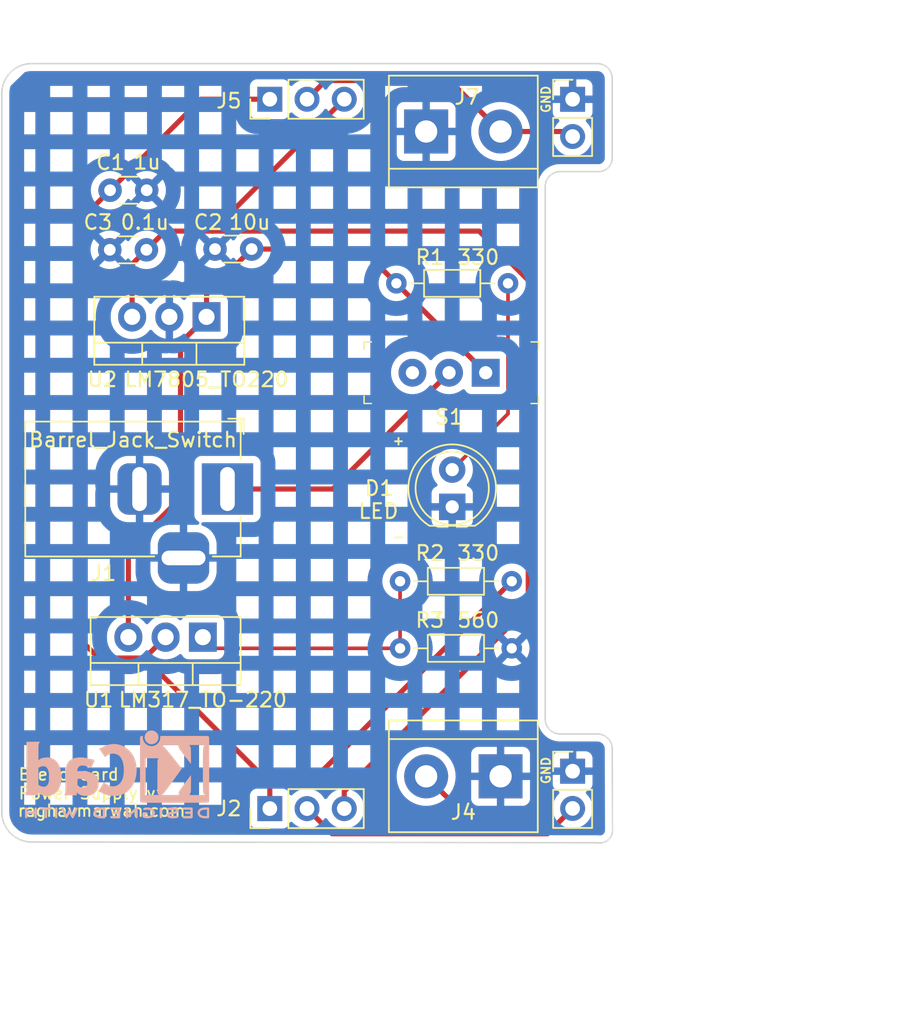
<source format=kicad_pcb>
(kicad_pcb (version 20211014) (generator pcbnew)
  (title_block (title "Breadboard Power Supply") (date "2022-08-28") (rev "1") (comment 1 "Raghav Marwah"))
  (layers (0 "F.Cu" signal) (31 "B.Cu" signal) (34 "B.Paste" user) (35 "F.Paste" user) (36 "B.SilkS" user "B.Silkscreen") (37 "F.SilkS" user "F.Silkscreen") (38 "B.Mask" user) (39 "F.Mask" user) (44 "Edge.Cuts" user))
  (net 0 "")
  (net 1 "/3.3V")
  (net 2 "GND")
  (net 3 "/12V")
  (net 4 "/5V")
  (net 5 "Net-(D1-Pad2)")
  (net 6 "/POWER_IN")
  (net 7 "/POWER_OUT_TOP")
  (net 8 "/POWER_OUT_BOTTOM")
  (net 10 "Net-(R2-Pad1)")
  (footprint "Connector_BarrelJack:BarrelJack_Horizontal" (layer "F.Cu") (at 136.0988 94.4449)
    (fp_text reference "J1" (at -8.45 5.75) (layer "F.SilkS"))
    (fp_text value "Barrel_Jack_Switch" (at -6.45 -3.3605) (layer "F.SilkS"))
    (pad "1" thru_hole rect (at 0 0) (size 3.5 3.5) (drill oval 1 3) (layers *.Cu *.Mask) (net 6 "/POWER_IN"))
    (pad "2" thru_hole roundrect (at -6 0) (size 3 3.5) (drill oval 1 3) (layers *.Cu *.Mask) (net 2 "GND"))
    (pad "3" thru_hole roundrect (at -3 4.7) (size 3.5 3.5) (drill oval 3 1) (layers *.Cu *.Mask) (net 2 "GND"))
  )
  (footprint "Capacitor_THT:C_Disc_D3.0mm_W1.6mm_P2.50mm" (layer "F.Cu") (at 128.0868 74.0664)
    (fp_text reference "C1" (at 0.0308 -1.8976) (layer "F.SilkS"))
    (fp_text value "1u" (at 2.52 -1.9304) (layer "F.SilkS"))
    (pad "1" thru_hole circle (at 0 0) (size 1.6 1.6) (drill 0.8) (layers *.Cu *.Mask) (net 1 "/3.3V"))
    (pad "2" thru_hole circle (at 2.5 0) (size 1.6 1.6) (drill 0.8) (layers *.Cu *.Mask) (net 2 "GND"))
  )
  (footprint "digikey-footprints:Switch_Slide_11.6x4mm_EG1218" (layer "F.Cu") (at 153.7208 86.5124 180)
    (fp_text reference "S1" (at 2.49 -3.02) (layer "F.SilkS"))
    (fp_text value "EG1218")
    (pad "1" thru_hole rect locked (at 0 0 180) (size 1.9 1.9) (drill 0.9) (layers *.Cu *.Mask) (net 3 "/12V"))
    (pad "2" thru_hole circle locked (at 2.5 0 180) (size 1.9 1.9) (drill 0.9) (layers *.Cu *.Mask) (net 6 "/POWER_IN"))
    (pad "3" thru_hole circle locked (at 5 0 180) (size 1.9 1.9) (drill 0.9) (layers *.Cu *.Mask))
  )
  (footprint "Resistor_THT:R_Axial_DIN0204_L3.6mm_D1.6mm_P7.62mm_Horizontal" (layer "F.Cu") (at 155.4988 105.3084 180)
    (fp_text reference "R3" (at 5.588 1.92) (layer "F.SilkS"))
    (fp_text value "560" (at 2.286 1.92) (layer "F.SilkS"))
    (pad "1" thru_hole circle (at 0 0 180) (size 1.4 1.4) (drill 0.7) (layers *.Cu *.Mask) (net 2 "GND"))
    (pad "2" thru_hole oval (at 7.62 0 180) (size 1.4 1.4) (drill 0.7) (layers *.Cu *.Mask) (net 10 "Net-(R2-Pad1)"))
  )
  (footprint "Package_TO_SOT_THT:TO-220-3_Vertical" (layer "F.Cu") (at 134.6708 82.7024 180)
    (fp_text reference "U2" (at 7.112 -4.27) (layer "F.SilkS"))
    (fp_text value "LM7805_TO220" (at 0 -4.27) (layer "F.SilkS"))
    (pad "1" thru_hole rect (at 0 0 180) (size 1.905 2) (drill 1.1) (layers *.Cu *.Mask) (net 3 "/12V"))
    (pad "2" thru_hole oval (at 2.54 0 180) (size 1.905 2) (drill 1.1) (layers *.Cu *.Mask) (net 2 "GND"))
    (pad "3" thru_hole oval (at 5.08 0 180) (size 1.905 2) (drill 1.1) (layers *.Cu *.Mask) (net 4 "/5V"))
  )
  (footprint "Resistor_THT:R_Axial_DIN0204_L3.6mm_D1.6mm_P7.62mm_Horizontal" (layer "F.Cu") (at 155.2448 80.4164 180)
    (fp_text reference "R1" (at 5.334 1.778) (layer "F.SilkS"))
    (fp_text value "330" (at 2.032 1.778) (layer "F.SilkS"))
    (pad "1" thru_hole circle (at 0 0 180) (size 1.4 1.4) (drill 0.7) (layers *.Cu *.Mask) (net 5 "Net-(D1-Pad2)"))
    (pad "2" thru_hole oval (at 7.62 0 180) (size 1.4 1.4) (drill 0.7) (layers *.Cu *.Mask) (net 3 "/12V"))
  )
  (footprint "Connector_PinHeader_2.54mm:PinHeader_1x03_P2.54mm_Vertical" (layer "F.Cu") (at 138.9888 67.8614 90)
    (fp_text reference "J5" (at -0.109 -2.794 180) (layer "F.SilkS"))
    (fp_text value "Conn_01x03_Male")
    (pad "1" thru_hole rect (at 0 0 90) (size 1.7 1.7) (drill 1) (layers *.Cu *.Mask) (net 1 "/3.3V"))
    (pad "2" thru_hole oval (at 0 2.54 90) (size 1.7 1.7) (drill 1) (layers *.Cu *.Mask) (net 7 "/POWER_OUT_TOP"))
    (pad "3" thru_hole oval (at 0 5.08 90) (size 1.7 1.7) (drill 1) (layers *.Cu *.Mask) (net 4 "/5V"))
  )
  (footprint "Capacitor_THT:C_Disc_D3.0mm_W1.6mm_P2.50mm" (layer "F.Cu") (at 137.7496 78.0796 180)
    (fp_text reference "C2" (at 2.9772 1.8288) (layer "F.SilkS"))
    (fp_text value "10u" (at 0.1324 1.8288) (layer "F.SilkS"))
    (pad "1" thru_hole circle (at 0 0 180) (size 1.6 1.6) (drill 0.8) (layers *.Cu *.Mask) (net 3 "/12V"))
    (pad "2" thru_hole circle (at 2.5 0 180) (size 1.6 1.6) (drill 0.8) (layers *.Cu *.Mask) (net 2 "GND"))
  )
  (footprint "Package_TO_SOT_THT:TO-220-3_Vertical" (layer "F.Cu") (at 134.4168 104.5464 180)
    (fp_text reference "U1" (at 7.112 -4.27) (layer "F.SilkS"))
    (fp_text value "LM317_TO-220" (at 0 -4.27) (layer "F.SilkS"))
    (pad "1" thru_hole rect (at 0 0 180) (size 1.905 2) (drill 1.1) (layers *.Cu *.Mask) (net 10 "Net-(R2-Pad1)"))
    (pad "2" thru_hole oval (at 2.54 0 180) (size 1.905 2) (drill 1.1) (layers *.Cu *.Mask) (net 1 "/3.3V"))
    (pad "3" thru_hole oval (at 5.08 0 180) (size 1.905 2) (drill 1.1) (layers *.Cu *.Mask) (net 3 "/12V"))
  )
  (footprint "LED_THT:LED_D5.0mm" (layer "F.Cu") (at 151.4348 95.6614 90)
    (fp_text reference "D1" (at 1.27 -4.9784 180) (layer "F.SilkS"))
    (fp_text value "LED" (at -0.2998 -5.0292 180) (layer "F.SilkS"))
    (pad "1" thru_hole rect (at 0 0 90) (size 1.8 1.8) (drill 0.9) (layers *.Cu *.Mask) (net 2 "GND"))
    (pad "2" thru_hole circle (at 2.54 0 90) (size 1.8 1.8) (drill 0.9) (layers *.Cu *.Mask) (net 5 "Net-(D1-Pad2)"))
  )
  (footprint "Connector_PinHeader_2.54mm:PinHeader_1x03_P2.54mm_Vertical" (layer "F.Cu") (at 138.9888 116.238 90)
    (fp_text reference "J2" (at 0 -2.794 180) (layer "F.SilkS"))
    (fp_text value "Conn_01x03_Male")
    (pad "1" thru_hole rect (at 0 0 90) (size 1.7 1.7) (drill 1) (layers *.Cu *.Mask) (net 1 "/3.3V"))
    (pad "2" thru_hole oval (at 0 2.54 90) (size 1.7 1.7) (drill 1) (layers *.Cu *.Mask) (net 8 "/POWER_OUT_BOTTOM"))
    (pad "3" thru_hole oval (at 0 5.08 90) (size 1.7 1.7) (drill 1) (layers *.Cu *.Mask) (net 4 "/5V"))
  )
  (footprint "Resistor_THT:R_Axial_DIN0204_L3.6mm_D1.6mm_P7.62mm_Horizontal" (layer "F.Cu") (at 147.8788 100.7364)
    (fp_text reference "R2" (at 2.032 -1.92) (layer "F.SilkS"))
    (fp_text value "330" (at 5.334 -1.92) (layer "F.SilkS"))
    (pad "1" thru_hole circle (at 0 0) (size 1.4 1.4) (drill 0.7) (layers *.Cu *.Mask) (net 10 "Net-(R2-Pad1)"))
    (pad "2" thru_hole oval (at 7.62 0) (size 1.4 1.4) (drill 0.7) (layers *.Cu *.Mask) (net 1 "/3.3V"))
  )
  (footprint "Connector_PinHeader_2.54mm:PinHeader_1x02_P2.54mm_Vertical" (layer "F.Cu") (at 159.6528 113.688)
    (fp_text reference "J3" hide)
    (fp_text value "Conn_01x02_Male")
    (pad "1" thru_hole rect locked (at 0 0) (size 1.7 1.7) (drill 1) (layers *.Cu *.Mask) (net 2 "GND"))
    (pad "2" thru_hole oval locked (at 0 2.54) (size 1.7 1.7) (drill 1) (layers *.Cu *.Mask) (net 8 "/POWER_OUT_BOTTOM"))
  )
  (footprint "Connector_PinHeader_2.54mm:PinHeader_1x02_P2.54mm_Vertical" (layer "F.Cu") (at 159.6528 67.8638)
    (fp_text reference "J6" hide)
    (fp_text value "Conn_01x02_Male")
    (pad "1" thru_hole rect locked (at 0 0) (size 1.7 1.7) (drill 1) (layers *.Cu *.Mask) (net 2 "GND"))
    (pad "2" thru_hole oval locked (at 0 2.54) (size 1.7 1.7) (drill 1) (layers *.Cu *.Mask) (net 7 "/POWER_OUT_TOP"))
  )
  (footprint "TerminalBlock:TerminalBlock_bornier-2_P5.08mm" (layer "F.Cu") (at 149.6568 70.0614)
    (fp_text reference "J7" (at 2.794 -2.345) (layer "F.SilkS"))
    (fp_text value "Screw_Terminal_01x02")
    (pad "1" thru_hole rect locked (at 0 0) (size 3 3) (drill 1.52) (layers *.Cu *.Mask) (net 2 "GND"))
    (pad "2" thru_hole circle locked (at 5.08 0) (size 3 3) (drill 1.52) (layers *.Cu *.Mask) (net 7 "/POWER_OUT_TOP"))
  )
  (footprint "TerminalBlock:TerminalBlock_bornier-2_P5.08mm" (layer "F.Cu") (at 154.7368 114.038 180)
    (fp_text reference "J4" (at 2.54 -2.4464) (layer "F.SilkS"))
    (fp_text value "Screw_Terminal_01x02")
    (pad "1" thru_hole rect locked (at 0 0 180) (size 3 3) (drill 1.52) (layers *.Cu *.Mask) (net 2 "GND"))
    (pad "2" thru_hole circle locked (at 5.08 0 180) (size 3 3) (drill 1.52) (layers *.Cu *.Mask) (net 8 "/POWER_OUT_BOTTOM"))
  )
  (footprint "Capacitor_THT:C_Disc_D3.0mm_W1.6mm_P2.50mm" (layer "F.Cu") (at 130.5668 78.1304 180)
    (fp_text reference "C3" (at 3.3128 1.8796) (layer "F.SilkS"))
    (fp_text value "0.1u" (at 0.109314 1.8796) (layer "F.SilkS"))
    (pad "1" thru_hole circle (at 0 0 180) (size 1.6 1.6) (drill 0.8) (layers *.Cu *.Mask) (net 4 "/5V"))
    (pad "2" thru_hole circle (at 2.5 0 180) (size 1.6 1.6) (drill 0.8) (layers *.Cu *.Mask) (net 2 "GND"))
  )
  (footprint "Symbol:KiCad-Logo2_5mm_SilkScreen" (layer "B.Cu") (at 128.5748 113.8936 180)
    (fp_text reference "REF**" hide)
    (fp_text value "KiCad-Logo2_5mm_SilkScreen" hide)
  )
  (gr_line (start 161.3408 118.5672) (end 122.7328 118.5164) (layer "Edge.Cuts") (width 0.1))
  (gr_line (start 161.3408 65.4304) (end 122.7328 65.4304) (layer "Edge.Cuts") (width 0.1))
  (gr_arc (start 157.7848 73.8124) (mid 158.08238 73.09398) (end 158.8008 72.7964) (layer "Edge.Cuts") (width 0.1))
  (gr_line (start 162.3568 66.4464) (end 162.3568 71.7804) (layer "Edge.Cuts") (width 0.1))
  (gr_arc (start 158.8008 111.1504) (mid 158.08238 110.85282) (end 157.7848 110.1344) (layer "Edge.Cuts") (width 0.1))
  (gr_line (start 162.374391 117.644991) (end 162.3568 112.1664) (layer "Edge.Cuts") (width 0.1))
  (gr_arc (start 162.3568 71.7804) (mid 162.085209 72.524809) (end 161.3408 72.7964) (layer "Edge.Cuts") (width 0.1))
  (gr_line (start 120.7008 116.4844) (end 120.7008 67.4624) (layer "Edge.Cuts") (width 0.1))
  (gr_arc (start 161.3408 111.1504) (mid 162.05922 111.44798) (end 162.3568 112.1664) (layer "Edge.Cuts") (width 0.1))
  (gr_line (start 157.7848 73.8124) (end 157.7848 110.1344) (layer "Edge.Cuts") (width 0.1))
  (gr_line (start 158.8008 111.1504) (end 161.3408 111.1504) (layer "Edge.Cuts") (width 0.1))
  (gr_arc (start 122.7328 118.5164) (mid 121.295959 117.921241) (end 120.7008 116.4844) (layer "Edge.Cuts") (width 0.1))
  (gr_arc (start 120.7008 67.4624) (mid 121.295959 66.025559) (end 122.7328 65.4304) (layer "Edge.Cuts") (width 0.1))
  (gr_arc (start 161.3408 65.4304) (mid 162.05922 65.72798) (end 162.3568 66.4464) (layer "Edge.Cuts") (width 0.1))
  (gr_line (start 161.3408 72.7964) (end 158.8008 72.7964) (layer "Edge.Cuts") (width 0.1))
  (gr_arc (start 162.374391 117.644991) (mid 162.088354 118.364723) (end 161.3408 118.5672) (layer "Edge.Cuts") (width 0.1))
  (gr_text "raghavmarwah.com" (at 127.508 116.3828) (layer "F.SilkS") (effects (font (size 0.8 0.8) (thickness 0.13))))
  (gr_text "GND" (at 157.8356 67.8688 90) (layer "F.SilkS") (effects (font (size 0.6 0.6) (thickness 0.125))))
  (gr_text "-" (at 147.7772 97.79 180) (layer "F.SilkS") (effects (font (size 0.6 0.6) (thickness 0.125))))
  (gr_text "GND" (at 157.8356 113.6396 90) (layer "F.SilkS") (effects (font (size 0.6 0.6) (thickness 0.125))))
  (gr_text "+" (at 147.7264 91.186 90) (layer "F.SilkS") (effects (font (size 0.6 0.6) (thickness 0.125))))
  (gr_text "Breadboard\nPower Supply v1" (at 121.7676 114.554) (layer "F.SilkS") (effects (font (size 0.8 0.8) (thickness 0.13)) (justify left)))
  (segment (start 130.4518 105.9714) (end 127.3074 105.9714) (width 0.35) (layer "F.Cu") (net 1))
  (segment (start 138.9888 114.5084) (end 138.9888 116.238) (width 0.35) (layer "F.Cu") (net 1))
  (segment (start 130.4518 105.9714) (end 138.9888 114.5084) (width 0.35) (layer "F.Cu") (net 1))
  (segment (start 141.7268 114.5084) (end 138.9888 114.5084) (width 0.35) (layer "F.Cu") (net 1))
  (segment (start 128.0868 74.0664) (end 134.2918 67.8614) (width 0.35) (layer "F.Cu") (net 1))
  (segment (start 127.3074 105.9714) (end 126.3904 105.0544) (width 0.35) (layer "F.Cu") (net 1))
  (segment (start 155.4988 100.7364) (end 141.7268 114.5084) (width 0.35) (layer "F.Cu") (net 1))
  (segment (start 126.3904 105.0544) (end 126.3904 75.7628) (width 0.35) (layer "F.Cu") (net 1))
  (segment (start 131.8768 104.5464) (end 130.4518 105.9714) (width 0.35) (layer "F.Cu") (net 1))
  (segment (start 134.2918 67.8614) (end 138.9888 67.8614) (width 0.35) (layer "F.Cu") (net 1))
  (segment (start 126.3904 75.7628) (end 128.0868 74.0664) (width 0.35) (layer "F.Cu") (net 1))
  (segment (start 137.7496 78.0796) (end 145.288 78.0796) (width 0.35) (layer "F.Cu") (net 3))
  (segment (start 132.8928 95.062601) (end 132.8928 84.4804) (width 0.35) (layer "F.Cu") (net 3))
  (segment (start 145.288 78.0796) (end 147.6248 80.4164) (width 0.35) (layer "F.Cu") (net 3))
  (segment (start 147.6248 80.4164) (end 153.7208 86.5124) (width 0.35) (layer "F.Cu") (net 3))
  (segment (start 134.6708 82.7024) (end 134.6708 81.1584) (width 0.35) (layer "F.Cu") (net 3))
  (segment (start 132.8928 84.4804) (end 134.6708 82.7024) (width 0.35) (layer "F.Cu") (net 3))
  (segment (start 134.6708 81.1584) (end 137.7496 78.0796) (width 0.35) (layer "F.Cu") (net 3))
  (segment (start 129.3368 98.618601) (end 132.8928 95.062601) (width 0.35) (layer "F.Cu") (net 3))
  (segment (start 129.3368 104.5464) (end 129.3368 98.618601) (width 0.35) (layer "F.Cu") (net 3))
  (segment (start 129.5908 79.1064) (end 130.5668 78.1304) (width 0.35) (layer "F.Cu") (net 4))
  (segment (start 153.273991 76.8546) (end 156.6238 80.204409) (width 0.35) (layer "F.Cu") (net 4))
  (segment (start 135.0756 76.8546) (end 144.0688 67.8614) (width 0.35) (layer "F.Cu") (net 4))
  (segment (start 144.0688 115.062) (end 144.0688 116.238) (width 0.35) (layer "F.Cu") (net 4))
  (segment (start 131.8426 76.8546) (end 135.0756 76.8546) (width 0.35) (layer "F.Cu") (net 4))
  (segment (start 135.0756 76.8546) (end 153.273991 76.8546) (width 0.35) (layer "F.Cu") (net 4))
  (segment (start 129.5908 82.7024) (end 129.5908 79.1064) (width 0.35) (layer "F.Cu") (net 4))
  (segment (start 130.5668 78.1304) (end 131.8426 76.8546) (width 0.35) (layer "F.Cu") (net 4))
  (segment (start 156.6238 80.204409) (end 156.6238 102.507) (width 0.35) (layer "F.Cu") (net 4))
  (segment (start 156.6238 102.507) (end 144.0688 115.062) (width 0.35) (layer "F.Cu") (net 4))
  (segment (start 155.2448 89.3114) (end 151.4348 93.1214) (width 0.25) (layer "F.Cu") (net 5))
  (segment (start 155.2448 80.4164) (end 155.2448 89.3114) (width 0.25) (layer "F.Cu") (net 5))
  (segment (start 136.0988 94.4449) (end 143.2883 94.4449) (width 0.35) (layer "F.Cu") (net 6))
  (segment (start 143.2883 94.4449) (end 151.2208 86.5124) (width 0.35) (layer "F.Cu") (net 6))
  (segment (start 151.2618 66.5864) (end 142.8038 66.5864) (width 0.35) (layer "F.Cu") (net 7))
  (segment (start 154.7368 70.0614) (end 159.3104 70.0614) (width 0.35) (layer "F.Cu") (net 7))
  (segment (start 159.3104 70.0614) (end 159.6528 70.4038) (width 0.35) (layer "F.Cu") (net 7))
  (segment (start 142.8038 66.5864) (end 141.5288 67.8614) (width 0.35) (layer "F.Cu") (net 7))
  (segment (start 151.2618 66.5864) (end 154.7368 70.0614) (width 0.35) (layer "F.Cu") (net 7))
  (segment (start 155.448 117.9576) (end 157.9232 117.9576) (width 0.35) (layer "F.Cu") (net 8))
  (segment (start 141.5288 116.238) (end 143.2484 117.9576) (width 0.35) (layer "F.Cu") (net 8))
  (segment (start 143.2484 117.9576) (end 155.448 117.9576) (width 0.35) (layer "F.Cu") (net 8))
  (segment (start 149.6568 114.038) (end 153.5764 117.9576) (width 0.35) (layer "F.Cu") (net 8))
  (segment (start 157.9232 117.9576) (end 159.6528 116.228) (width 0.35) (layer "F.Cu") (net 8))
  (segment (start 153.5764 117.9576) (end 155.448 117.9576) (width 0.35) (layer "F.Cu") (net 8))
  (segment (start 147.8788 100.7364) (end 147.8788 105.3084) (width 0.25) (layer "F.Cu") (net 10))
  (segment (start 135.1788 105.3084) (end 134.4168 104.5464) (width 0.25) (layer "F.Cu") (net 10))
  (segment (start 147.8788 105.3084) (end 135.1788 105.3084) (width 0.25) (layer "F.Cu") (net 10))
  (zone (net 2) (net_name "GND") (layer "B.Cu") (connect_pads (clearance 0.508)) (min_thickness 0.254) (fill yes (mode hatch) (thermal_gap 0.508) (thermal_bridge_width 0.508) (hatch_thickness 1.016) (hatch_gap 1.524) (hatch_orientation 0) (hatch_border_algorithm hatch_thickness) (hatch_min_hole_area 0.3))
    (polygon (pts (xy 162.1536 66.1416) (xy 162.1536 71.9328) (xy 161.544 72.5424) (xy 158.1912 72.5932) (xy 157.5816 73.3552) (xy 157.5816 110.5408) (xy 158.3944 111.4552) (xy 161.4932 111.4552) (xy 162.1028 112.014) (xy 162.2044 117.8052) (xy 161.6964 118.364) (xy 122.428 118.3132) (xy 120.904 116.7892) (xy 121.092761 67.146165) (xy 122.616761 65.672965) (xy 161.1376 65.5828) (xy 161.4932 65.5828)))
  )
)
</source>
